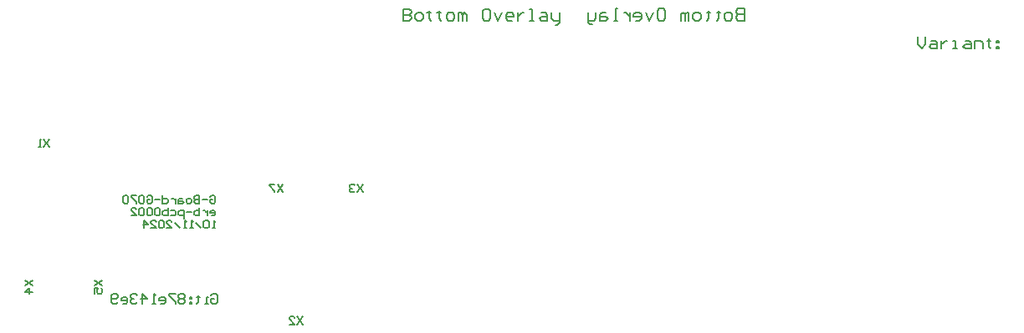
<source format=gbo>
G04*
G04 #@! TF.GenerationSoftware,Altium Limited,Altium Designer,24.3.1 (35)*
G04*
G04 Layer_Color=32896*
%FSLAX44Y44*%
%MOMM*%
G71*
G04*
G04 #@! TF.SameCoordinates,254911FF-814D-4673-B187-D90DD251410E*
G04*
G04*
G04 #@! TF.FilePolarity,Positive*
G04*
G01*
G75*
%ADD15C,0.1500*%
D15*
X203168Y176164D02*
X204501Y177497D01*
X207167D01*
X208500Y176164D01*
Y170833D01*
X207167Y169500D01*
X204501D01*
X203168Y170833D01*
Y173499D01*
X205834D01*
X200503D02*
X195171D01*
X192505Y177497D02*
Y169500D01*
X188507D01*
X187174Y170833D01*
Y172166D01*
X188507Y173499D01*
X192505D01*
X188507D01*
X187174Y174832D01*
Y176164D01*
X188507Y177497D01*
X192505D01*
X183175Y169500D02*
X180509D01*
X179176Y170833D01*
Y173499D01*
X180509Y174832D01*
X183175D01*
X184508Y173499D01*
Y170833D01*
X183175Y169500D01*
X175177Y174832D02*
X172512D01*
X171179Y173499D01*
Y169500D01*
X175177D01*
X176510Y170833D01*
X175177Y172166D01*
X171179D01*
X168513Y174832D02*
Y169500D01*
Y172166D01*
X167180Y173499D01*
X165847Y174832D01*
X164514D01*
X155184Y177497D02*
Y169500D01*
X159183D01*
X160515Y170833D01*
Y173499D01*
X159183Y174832D01*
X155184D01*
X152518Y173499D02*
X147186D01*
X139189Y176164D02*
X140522Y177497D01*
X143188D01*
X144521Y176164D01*
Y170833D01*
X143188Y169500D01*
X140522D01*
X139189Y170833D01*
Y173499D01*
X141855D01*
X136523Y176164D02*
X135190Y177497D01*
X132525D01*
X131192Y176164D01*
Y170833D01*
X132525Y169500D01*
X135190D01*
X136523Y170833D01*
Y176164D01*
X128526Y177497D02*
X123194D01*
Y176164D01*
X128526Y170833D01*
Y169500D01*
X120528Y176164D02*
X119195Y177497D01*
X116530D01*
X115197Y176164D01*
Y170833D01*
X116530Y169500D01*
X119195D01*
X120528Y170833D01*
Y176164D01*
X208500Y144500D02*
X205834D01*
X207167D01*
Y152497D01*
X208500Y151165D01*
X201835D02*
X200503Y152497D01*
X197837D01*
X196504Y151165D01*
Y145833D01*
X197837Y144500D01*
X200503D01*
X201835Y145833D01*
Y151165D01*
X193838Y144500D02*
X188507Y149832D01*
X185841Y144500D02*
X183175D01*
X184508D01*
Y152497D01*
X185841Y151165D01*
X179176Y144500D02*
X176510D01*
X177843D01*
Y152497D01*
X179176Y151165D01*
X172512Y144500D02*
X167180Y149832D01*
X159183Y144500D02*
X164514D01*
X159183Y149832D01*
Y151165D01*
X160515Y152497D01*
X163181D01*
X164514Y151165D01*
X156517D02*
X155184Y152497D01*
X152518D01*
X151185Y151165D01*
Y145833D01*
X152518Y144500D01*
X155184D01*
X156517Y145833D01*
Y151165D01*
X143188Y144500D02*
X148519D01*
X143188Y149832D01*
Y151165D01*
X144521Y152497D01*
X147186D01*
X148519Y151165D01*
X136523Y144500D02*
Y152497D01*
X140522Y148499D01*
X135190D01*
X204501Y157166D02*
X207167D01*
X208500Y158499D01*
Y161164D01*
X207167Y162497D01*
X204501D01*
X203168Y161164D01*
Y159832D01*
X208500D01*
X200503Y162497D02*
Y157166D01*
Y159832D01*
X199170Y161164D01*
X197837Y162497D01*
X196504D01*
X192505Y165163D02*
Y157166D01*
X188507D01*
X187174Y158499D01*
Y159832D01*
Y161164D01*
X188507Y162497D01*
X192505D01*
X184508Y161164D02*
X179176D01*
X176510Y154500D02*
Y162497D01*
X172512D01*
X171179Y161164D01*
Y158499D01*
X172512Y157166D01*
X176510D01*
X163181Y162497D02*
X167180D01*
X168513Y161164D01*
Y158499D01*
X167180Y157166D01*
X163181D01*
X160515Y165163D02*
Y157166D01*
X156517D01*
X155184Y158499D01*
Y159832D01*
Y161164D01*
X156517Y162497D01*
X160515D01*
X152518Y163830D02*
X151185Y165163D01*
X148519D01*
X147186Y163830D01*
Y158499D01*
X148519Y157166D01*
X151185D01*
X152518Y158499D01*
Y163830D01*
X144521D02*
X143188Y165163D01*
X140522D01*
X139189Y163830D01*
Y158499D01*
X140522Y157166D01*
X143188D01*
X144521Y158499D01*
Y163830D01*
X136523D02*
X135190Y165163D01*
X132525D01*
X131192Y163830D01*
Y158499D01*
X132525Y157166D01*
X135190D01*
X136523Y158499D01*
Y163830D01*
X123194Y157166D02*
X128526D01*
X123194Y162497D01*
Y163830D01*
X124527Y165163D01*
X127193D01*
X128526Y163830D01*
X178000Y76331D02*
X176334Y77997D01*
X173002D01*
X171336Y76331D01*
Y74665D01*
X173002Y72998D01*
X171336Y71332D01*
Y69666D01*
X173002Y68000D01*
X176334D01*
X178000Y69666D01*
Y71332D01*
X176334Y72998D01*
X178000Y74665D01*
Y76331D01*
X176334Y72998D02*
X173002D01*
X168003Y77997D02*
X161339D01*
Y76331D01*
X168003Y69666D01*
Y68000D01*
X153008D02*
X156340D01*
X158006Y69666D01*
Y72998D01*
X156340Y74665D01*
X153008D01*
X151342Y72998D01*
Y71332D01*
X158006D01*
X148010Y68000D02*
X144677D01*
X146343D01*
Y77997D01*
X148010Y76331D01*
X134681Y68000D02*
Y77997D01*
X139679Y72998D01*
X133014D01*
X129682Y76331D02*
X128016Y77997D01*
X124684D01*
X123018Y76331D01*
Y74665D01*
X124684Y72998D01*
X126350D01*
X124684D01*
X123018Y71332D01*
Y69666D01*
X124684Y68000D01*
X128016D01*
X129682Y69666D01*
X114687Y68000D02*
X118019D01*
X119685Y69666D01*
Y72998D01*
X118019Y74665D01*
X114687D01*
X113021Y72998D01*
Y71332D01*
X119685D01*
X109689Y69666D02*
X108022Y68000D01*
X104690D01*
X103024Y69666D01*
Y76331D01*
X104690Y77997D01*
X108022D01*
X109689Y76331D01*
Y74665D01*
X108022Y72998D01*
X103024D01*
X204335Y76331D02*
X206002Y77997D01*
X209334D01*
X211000Y76331D01*
Y69666D01*
X209334Y68000D01*
X206002D01*
X204335Y69666D01*
Y72998D01*
X207668D01*
X201003Y68000D02*
X197671D01*
X199337D01*
Y74665D01*
X201003D01*
X191007Y76331D02*
Y74665D01*
X192673D01*
X189340D01*
X191007D01*
Y69666D01*
X189340Y68000D01*
X184342Y74665D02*
X182676D01*
Y72998D01*
X184342D01*
Y74665D01*
Y69666D02*
X182676D01*
Y68000D01*
X184342D01*
Y69666D01*
X919250Y338746D02*
Y330749D01*
X923249Y326750D01*
X927247Y330749D01*
Y338746D01*
X933245Y334748D02*
X937244D01*
X939243Y332748D01*
Y326750D01*
X933245D01*
X931246Y328750D01*
X933245Y330749D01*
X939243D01*
X943242Y334748D02*
Y326750D01*
Y330749D01*
X945241Y332748D01*
X947241Y334748D01*
X949240D01*
X955238Y326750D02*
X959237D01*
X957237D01*
Y334748D01*
X955238D01*
X967234D02*
X971233D01*
X973232Y332748D01*
Y326750D01*
X967234D01*
X965235Y328750D01*
X967234Y330749D01*
X973232D01*
X977231Y326750D02*
Y334748D01*
X983229D01*
X985229Y332748D01*
Y326750D01*
X991227Y336747D02*
Y334748D01*
X989227D01*
X993226D01*
X991227D01*
Y328750D01*
X993226Y326750D01*
X999224Y334748D02*
X1001223D01*
Y332748D01*
X999224D01*
Y334748D01*
Y328750D02*
X1001223D01*
Y326750D01*
X999224D01*
Y328750D01*
X398750Y366996D02*
Y355000D01*
X404748D01*
X406747Y357000D01*
Y358999D01*
X404748Y360998D01*
X398750D01*
X404748D01*
X406747Y362998D01*
Y364997D01*
X404748Y366996D01*
X398750D01*
X412745Y355000D02*
X416744D01*
X418743Y357000D01*
Y360998D01*
X416744Y362998D01*
X412745D01*
X410746Y360998D01*
Y357000D01*
X412745Y355000D01*
X424741Y364997D02*
Y362998D01*
X422742D01*
X426741D01*
X424741D01*
Y357000D01*
X426741Y355000D01*
X434738Y364997D02*
Y362998D01*
X432739D01*
X436738D01*
X434738D01*
Y357000D01*
X436738Y355000D01*
X444735D02*
X448734D01*
X450733Y357000D01*
Y360998D01*
X448734Y362998D01*
X444735D01*
X442736Y360998D01*
Y357000D01*
X444735Y355000D01*
X454732D02*
Y362998D01*
X456731D01*
X458730Y360998D01*
Y355000D01*
Y360998D01*
X460730Y362998D01*
X462729Y360998D01*
Y355000D01*
X484722Y366996D02*
X480723D01*
X478724Y364997D01*
Y357000D01*
X480723Y355000D01*
X484722D01*
X486721Y357000D01*
Y364997D01*
X484722Y366996D01*
X490720Y362998D02*
X494719Y355000D01*
X498717Y362998D01*
X508714Y355000D02*
X504716D01*
X502716Y357000D01*
Y360998D01*
X504716Y362998D01*
X508714D01*
X510714Y360998D01*
Y358999D01*
X502716D01*
X514712Y362998D02*
Y355000D01*
Y358999D01*
X516712Y360998D01*
X518711Y362998D01*
X520710D01*
X526708Y355000D02*
X530707D01*
X528708D01*
Y366996D01*
X526708D01*
X538705Y362998D02*
X542703D01*
X544703Y360998D01*
Y355000D01*
X538705D01*
X536705Y357000D01*
X538705Y358999D01*
X544703D01*
X548701Y362998D02*
Y357000D01*
X550701Y355000D01*
X556699D01*
Y353001D01*
X554699Y351002D01*
X552700D01*
X556699Y355000D02*
Y362998D01*
X743750Y367246D02*
Y355250D01*
X737752D01*
X735752Y357249D01*
Y359249D01*
X737752Y361248D01*
X743750D01*
X737752D01*
X735752Y363247D01*
Y365247D01*
X737752Y367246D01*
X743750D01*
X729754Y355250D02*
X725756D01*
X723756Y357249D01*
Y361248D01*
X725756Y363247D01*
X729754D01*
X731754Y361248D01*
Y357249D01*
X729754Y355250D01*
X717758Y365247D02*
Y363247D01*
X719758D01*
X715759D01*
X717758D01*
Y357249D01*
X715759Y355250D01*
X707761Y365247D02*
Y363247D01*
X709761D01*
X705762D01*
X707761D01*
Y357249D01*
X705762Y355250D01*
X697765D02*
X693766D01*
X691767Y357249D01*
Y361248D01*
X693766Y363247D01*
X697765D01*
X699764Y361248D01*
Y357249D01*
X697765Y355250D01*
X687768D02*
Y363247D01*
X685769D01*
X683769Y361248D01*
Y355250D01*
Y361248D01*
X681770Y363247D01*
X679771Y361248D01*
Y355250D01*
X657778Y367246D02*
X661776D01*
X663776Y365247D01*
Y357249D01*
X661776Y355250D01*
X657778D01*
X655778Y357249D01*
Y365247D01*
X657778Y367246D01*
X651780Y363247D02*
X647781Y355250D01*
X643782Y363247D01*
X633785Y355250D02*
X637784D01*
X639784Y357249D01*
Y361248D01*
X637784Y363247D01*
X633785D01*
X631786Y361248D01*
Y359249D01*
X639784D01*
X627787Y363247D02*
Y355250D01*
Y359249D01*
X625788Y361248D01*
X623789Y363247D01*
X621789D01*
X615791Y355250D02*
X611792D01*
X613792D01*
Y367246D01*
X615791D01*
X603795Y363247D02*
X599796D01*
X597797Y361248D01*
Y355250D01*
X603795D01*
X605794Y357249D01*
X603795Y359249D01*
X597797D01*
X593798Y363247D02*
Y357249D01*
X591799Y355250D01*
X585801D01*
Y353251D01*
X587800Y351251D01*
X589800D01*
X585801Y355250D02*
Y363247D01*
X276665Y188999D02*
X271333Y181001D01*
Y188999D02*
X276665Y181001D01*
X268667Y188999D02*
X263336D01*
Y187666D01*
X268667Y182334D01*
Y181001D01*
X86002Y91665D02*
X93999Y86333D01*
X86002D02*
X93999Y91665D01*
X86002Y78336D02*
Y83667D01*
X90000D01*
X88667Y81001D01*
Y79668D01*
X90000Y78336D01*
X92666D01*
X93999Y79668D01*
Y82334D01*
X92666Y83667D01*
X16001Y91665D02*
X23999Y86333D01*
X16001D02*
X23999Y91665D01*
Y79668D02*
X16001D01*
X20000Y83667D01*
Y78336D01*
X357665Y188999D02*
X352333Y181001D01*
Y188999D02*
X357665Y181001D01*
X349667Y187666D02*
X348334Y188999D01*
X345669D01*
X344336Y187666D01*
Y186333D01*
X345669Y185000D01*
X347001D01*
X345669D01*
X344336Y183667D01*
Y182334D01*
X345669Y181001D01*
X348334D01*
X349667Y182334D01*
X296665Y54999D02*
X291333Y47001D01*
Y54999D02*
X296665Y47001D01*
X283336D02*
X288667D01*
X283336Y52333D01*
Y53666D01*
X284669Y54999D01*
X287334D01*
X288667Y53666D01*
X40329Y234918D02*
X34997Y226920D01*
Y234918D02*
X40329Y226920D01*
X32332D02*
X29666D01*
X30999D01*
Y234918D01*
X32332Y233585D01*
M02*

</source>
